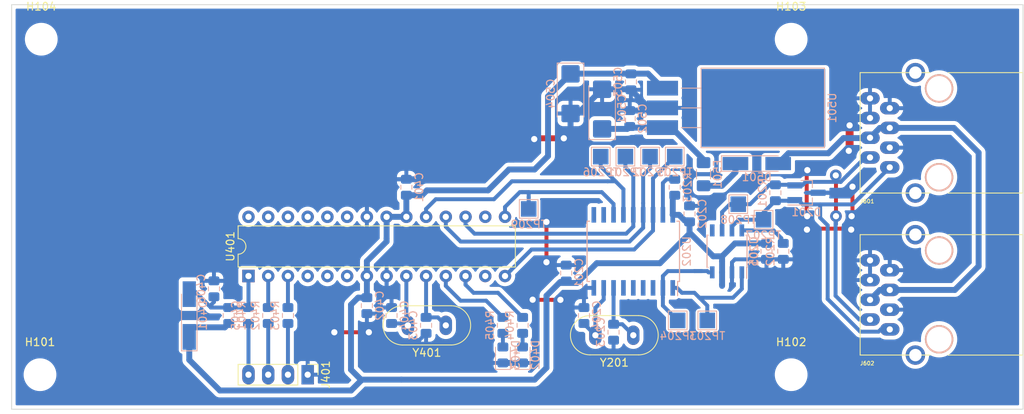
<source format=kicad_pcb>
(kicad_pcb (version 20211014) (generator pcbnew)
  (layers (0 "F.Cu" jumper) (31 "B.Cu" signal) (34 "B.Paste" user) (35 "F.Paste" user) (36 "B.SilkS" user "B.Silkscreen") (37 "F.SilkS" user "F.Silkscreen") (38 "B.Mask" user) (39 "F.Mask" user) (44 "Edge.Cuts" user))
  (net 0 "")
  (net 1 "GND")
  (net 2 "/CANBUS CONN/CAN_18V")
  (net 3 "+5V")
  (net 4 "/MCU/MCP_SS")
  (net 5 "/MCU/RESET")
  (net 6 "Net-(C203-Pad1)")
  (net 7 "Net-(C204-Pad1)")
  (net 8 "/MCU/MCP_INT")
  (net 10 "/MCU/analog1")
  (net 12 "Net-(C403-Pad1)")
  (net 13 "Net-(C404-Pad1)")
  (net 14 "Net-(C405-Pad2)")
  (net 15 "/POWER SUPPLY/+18V_OUT")
  (net 16 "/MCU/LED2")
  (net 17 "/MCU/LED1")
  (net 18 "Net-(D501-Pad1)")
  (net 20 "/CANBUS CONN/CAN_L")
  (net 21 "/CANBUS CONN/CAN_H")
  (net 22 "Net-(R202-Pad1)")
  (net 23 "Net-(R203-Pad2)")
  (net 28 "/MCU/USART_RX")
  (net 29 "Net-(J401-Pad3)")
  (net 30 "Net-(J401-Pad2)")
  (net 31 "/MCU/USART_TX")
  (net 32 "/MOSI")
  (net 33 "/MISO")
  (net 34 "/CANBUS/TXCAN")
  (net 35 "/CANBUS/RXCAN")
  (net 36 "/SCK")
  (net 45 "Net-(D402-Pad2)")
  (net 46 "Net-(D403-Pad2)")
  (footprint "MountingHole:MountingHole_3.2mm_M3" (layer "F.Cu") (at 180.086 77.216)
    (fp_text reference "H103")
    (fp_text value "MountingHole")
  )
  (footprint "MountingHole:MountingHole_3.2mm_M3" (layer "F.Cu") (at 180.086 120.396)
    (fp_text reference "H102")
    (fp_text value "MountingHole")
  )
  (footprint "Crystal:Crystal_HC49-U_Vertical" (layer "F.Cu") (at 159.766 115.316 180)
    (fp_text reference "Y201")
    (fp_text value "16MHz")
  )
  (footprint "Connector_PinHeader_2.54mm:PinHeader_1x04_P2.54mm_Vertical" (layer "F.Cu") (at 117.856 120.396 -90)
    (fp_text reference "J401")
    (fp_text value "USART")
  )
  (footprint "Crystal:Crystal_HC49-U_Vertical" (layer "F.Cu") (at 135.636 114.046 180)
    (fp_text reference "Y401")
    (fp_text value "16MHz")
  )
  (footprint "KicadZeniteSolarLibrary18:RJ45_YH59_01" (layer "F.Cu") (at 192.782 114.571 90)
    (fp_text reference "J602")
    (fp_text value "RJ45")
  )
  (footprint "KicadZeniteSolarLibrary18:RJ45_YH59_01" (layer "F.Cu") (at 192.778 93.716 90)
    (fp_text reference "J601")
    (fp_text value "RJ45")
  )
  (footprint "Package_DIP:DIP-28_W7.62mm" (layer "F.Cu") (at 110.236 107.696 90)
    (fp_text reference "U401")
    (fp_text value "ATMEGA328P-PU")
  )
  (footprint "MountingHole:MountingHole_3.2mm_M3" (layer "F.Cu") (at 83.566 77.216)
    (fp_text reference "H104")
    (fp_text value "MountingHole")
  )
  (footprint "MountingHole:MountingHole_3.2mm_M3" (layer "F.Cu") (at 83.403001 120.396)
    (fp_text reference "H101")
    (fp_text value "MountingHole")
  )
  (footprint "Package_TO_SOT_SMD:SOT-23_Handsoldering" (layer "B.Cu") (at 182.054 96.9772)
    (fp_text reference "D201")
    (fp_text value "pesd1can")
  )
  (footprint "KicadZeniteSolarLibrary18:TO-220-3_Horizontal_TabDown_SMD" (layer "B.Cu") (at 164.7952 88.5952 90)
    (fp_text reference "U501")
    (fp_text value "LM7805")
  )
  (footprint "Capacitor_Tantalum_SMD:CP_EIA-6032-20_AVX-F_Pad2.25x2.35mm_HandSolder" (layer "B.Cu") (at 151.6888 84.2264 -90)
    (fp_text reference "C504")
    (fp_text value "1uF")
  )
  (footprint "Capacitor_Tantalum_SMD:CP_EIA-6032-20_AVX-F_Pad2.25x2.35mm_HandSolder" (layer "B.Cu") (at 155.7528 86.2076 90)
    (fp_text reference "C501")
    (fp_text value "1uF")
  )
  (footprint "TestPoint:TestPoint_Pad_2.0x2.0mm" (layer "B.Cu") (at 165.481 113.411)
    (fp_text reference "TP204")
    (fp_text value "RXCAN")
  )
  (footprint "TestPoint:TestPoint_Pad_2.0x2.0mm" (layer "B.Cu") (at 161.925 92.329)
    (fp_text reference "TP202")
    (fp_text value "SO")
  )
  (footprint "TestPoint:TestPoint_Pad_2.0x2.0mm" (layer "B.Cu") (at 158.75 92.329)
    (fp_text reference "TP201")
    (fp_text value "SI")
  )
  (footprint "TestPoint:TestPoint_Pad_2.0x2.0mm" (layer "B.Cu") (at 169.291 113.411)
    (fp_text reference "TP203")
    (fp_text value "TXCAN")
  )
  (footprint "TestPoint:TestPoint_Pad_2.0x2.0mm" (layer "B.Cu") (at 146.304 99.06)
    (fp_text reference "TP209")
    (fp_text value "INT")
  )
  (footprint "TestPoint:TestPoint_Pad_2.0x2.0mm" (layer "B.Cu") (at 173.2788 98.4504)
    (fp_text reference "TP208")
    (fp_text value "CAN_L")
  )
  (footprint "TestPoint:TestPoint_Pad_2.0x2.0mm" (layer "B.Cu") (at 176.5332 100.4468)
    (fp_text reference "TP207")
    (fp_text value "CAN_H")
  )
  (footprint "TestPoint:TestPoint_Pad_2.0x2.0mm" (layer "B.Cu") (at 155.575 92.329)
    (fp_text reference "TP206")
    (fp_text value "SCK")
  )
  (footprint "TestPoint:TestPoint_Pad_2.0x2.0mm" (layer "B.Cu") (at 165.1 92.329)
    (fp_text reference "TP205")
    (fp_text value "SC")
  )
  (footprint "Resistor_SMD:R_0805_2012Metric_Pad1.15x1.40mm_HandSolder" (layer "B.Cu") (at 145.521344 114.046 -90)
    (fp_text reference "R404")
    (fp_text value "1k")
  )
  (footprint "Resistor_SMD:R_0805_2012Metric_Pad1.15x1.40mm_HandSolder" (layer "B.Cu") (at 115.316 112.776 -90)
    (fp_text reference "R403")
    (fp_text value "1k")
  )
  (footprint "Resistor_SMD:R_0805_2012Metric_Pad1.15x1.40mm_HandSolder" (layer "B.Cu") (at 112.776 112.776 -90)
    (fp_text reference "R402")
    (fp_text value "1k")
  )
  (footprint "Resistor_SMD:R_0805_2012Metric_Pad1.15x1.40mm_HandSolder" (layer "B.Cu") (at 107.696 112.776 90)
    (fp_text reference "R401")
    (fp_text value "10k")
  )
  (footprint "Resistor_SMD:R_0805_2012Metric_Pad1.15x1.40mm_HandSolder" (layer "B.Cu") (at 142.981344 114.046 -90)
    (fp_text reference "R405")
    (fp_text value "1k")
  )
  (footprint "Resistor_SMD:R_0805_2012Metric_Pad1.15x1.40mm_HandSolder" (layer "B.Cu") (at 178.054 96.9772 -90)
    (fp_text reference "R201")
    (fp_text value "120")
  )
  (footprint "Resistor_SMD:R_0805_2012Metric_Pad1.15x1.40mm_HandSolder" (layer "B.Cu") (at 179.07 104.521 -90)
    (fp_text reference "R202")
    (fp_text value "4k7")
  )
  (footprint "Resistor_SMD:R_0805_2012Metric_Pad1.15x1.40mm_HandSolder" (layer "B.Cu") (at 165.1 96.275 90)
    (fp_text reference "R203")
    (fp_text value "10k")
  )
  (footprint "Package_SO:SOIC-8_3.9x4.9mm_P1.27mm" (layer "B.Cu") (at 171.831 104.521 90)
    (fp_text reference "U201")
    (fp_text value "MCP2551-I/SN")
  )
  (footprint "Package_SO:SOIC-18W_7.5x11.6mm_P1.27mm" (layer "B.Cu") (at 159.766 104.521 90)
    (fp_text reference "U202")
    (fp_text value "MCP2515-xSO")
  )
  (footprint "LED_SMD:LED_0805_2012Metric_Pad1.15x1.40mm_HandSolder" (layer "B.Cu") (at 145.521344 117.856 90)
    (fp_text reference "D402")
    (fp_text value "LED_RED")
  )
  (footprint "LED_SMD:LED_0805_2012Metric_Pad1.15x1.40mm_HandSolder" (layer "B.Cu") (at 142.981344 117.856 90)
    (fp_text reference "D403")
    (fp_text value "LED_RED")
  )
  (footprint "Diode_SMD:D_MiniMELF_Handsoldering" (layer "B.Cu") (at 175.6664 93.218)
    (fp_text reference "D501")
    (fp_text value "LL4148")
  )
  (footprint "Diode_SMD:D_MiniMELF_Handsoldering" (layer "B.Cu") (at 102.616 112.776 90)
    (fp_text reference "D401")
    (fp_text value "LL4148")
  )
  (footprint "Capacitor_SMD:C_0805_2012Metric_Pad1.15x1.40mm_HandSolder" (layer "B.Cu") (at 159.4612 82.7024 -90)
    (fp_text reference "C503")
    (fp_text value "100nF")
  )
  (footprint "Capacitor_SMD:C_0805_2012Metric_Pad1.15x1.40mm_HandSolder" (layer "B.Cu") (at 159.3088 87.4268 90)
    (fp_text reference "C502")
    (fp_text value "100nF")
  )
  (footprint "Capacitor_SMD:C_0805_2012Metric_Pad1.15x1.40mm_HandSolder" (layer "B.Cu") (at 105.791 109.341 -90)
    (fp_text reference "C406")
    (fp_text value "100nF")
  )
  (footprint "Capacitor_SMD:C_0805_2012Metric_Pad1.15x1.40mm_HandSolder" (layer "B.Cu") (at 110.236 112.776 -90)
    (fp_text reference "C405")
    (fp_text value "100nF")
  )
  (footprint "Capacitor_SMD:C_0805_2012Metric_Pad1.15x1.40mm_HandSolder" (layer "B.Cu") (at 128.651 112.776 90)
    (fp_text reference "C404")
    (fp_text value "22pF")
  )
  (footprint "Capacitor_SMD:C_0805_2012Metric_Pad1.15x1.40mm_HandSolder" (layer "B.Cu") (at 133.096 114.046 -90)
    (fp_text reference "C403")
    (fp_text value "22pF")
  )
  (footprint "Capacitor_SMD:C_0805_2012Metric_Pad1.15x1.40mm_HandSolder" (layer "B.Cu") (at 125.476 111.506 90)
    (fp_text reference "C402")
    (fp_text value "100nF")
  )
  (footprint "Capacitor_SMD:C_0805_2012Metric_Pad1.15x1.40mm_HandSolder" (layer "B.Cu") (at 130.556 96.266 90)
    (fp_text reference "C401")
    (fp_text value "100nF")
  )
  (footprint "Capacitor_SMD:C_0805_2012Metric_Pad1.15x1.40mm_HandSolder" (layer "B.Cu") (at 176.911 104.521 -90)
    (fp_text reference "C205")
    (fp_text value "100nF")
  )
  (footprint "Capacitor_SMD:C_0805_2012Metric_Pad1.15x1.40mm_HandSolder" (layer "B.Cu") (at 153.416 112.776 90)
    (fp_text reference "C204")
    (fp_text value "22pF")
  )
  (footprint "Capacitor_SMD:C_0805_2012Metric_Pad1.15x1.40mm_HandSolder" (layer "B.Cu") (at 157.226 114.926 -90)
    (fp_text reference "C203")
    (fp_text value "22pF")
  )
  (footprint "Capacitor_SMD:C_0805_2012Metric_Pad1.15x1.40mm_HandSolder" (layer "B.Cu") (at 167.005 99.695 90)
    (fp_text reference "C202")
    (fp_text value "100nF")
  )
  (footprint "Capacitor_SMD:C_0805_2012Metric_Pad1.15x1.40mm_HandSolder" (layer "B.Cu") (at 151.13 107.315 90)
    (fp_text reference "C201")
    (fp_text value "100nF")
  )
  (footprint "Fuse:Fuse_1206_3216Metric_Pad1.42x1.75mm_HandSolder" (layer "B.Cu") (at 168.8084 94.5896 90)
    (fp_text reference "F501")
    (fp_text value "500mA")
  )
  (gr_line (start 79.756 124.841) (end 79.756 72.771) (layer "Edge.Cuts") (width 0.1))
  (gr_line (start 79.756 72.771) (end 209.931 72.771) (layer "Edge.Cuts") (width 0.1))
  (gr_line (start 209.931 72.771) (end 209.931 124.841) (layer "Edge.Cuts") (width 0.1))
  (gr_line (start 209.931 124.841) (end 79.756 124.841) (layer "Edge.Cuts") (width 0.1))
  (segment (start 187.977354 99.876347) (end 187.864709 99.988992) (width 0.508) (layer "F.Cu") (net 1))
  (segment (start 146.827962 110.759956) (end 149.323296 110.759956) (width 0.508) (layer "F.Cu") (net 1))
  (segment (start 187.609254 91.474399) (end 187.5028 91.580853) (width 1.016) (layer "F.Cu") (net 1))
  (segment (start 121.285 114.935) (end 125.73 114.935) (width 0.508) (layer "F.Cu") (net 1))
  (segment (start 187.609254 88.303842) (end 187.609254 91.474399) (width 1.016) (layer "F.Cu") (net 1))
  (segment (start 146.812006 110.744) (end 146.827962 110.759956) (width 0.508) (layer "F.Cu") (net 1))
  (segment (start 181.864 101.727) (end 181.990994 101.600006) (width 0.508) (layer "F.Cu") (net 1))
  (segment (start 149.323296 110.759956) (end 150.383956 110.759956) (width 0.508) (layer "F.Cu") (net 1))
  (segment (start 148.59 100.734968) (end 148.59 105.917998) (width 0.508) (layer "F.Cu") (net 1))
  (segment (start 182.1688 94.0657) (end 182.087104 94.147396) (width 0.508) (layer "F.Cu") (net 1))
  (segment (start 181.990994 101.600006) (end 186.39134 101.600006) (width 0.508) (layer "F.Cu") (net 1))
  (segment (start 186.39134 101.600006) (end 187.452 101.600006) (width 0.508) (layer "F.Cu") (net 1))
  (segment (start 150.8252 89.9668) (end 147.1168 89.9668) (width 0.762) (layer "F.Cu") (net 1))
  (segment (start 187.977354 96.200554) (end 187.977354 99.876347) (width 0.508) (layer "F.Cu") (net 1))
  (segment (start 147.1168 89.9668) (end 147.0152 90.0684) (width 0.762) (layer "F.Cu") (net 1))
  (segment (start 182.087104 94.147396) (end 182.087104 99.21201) (width 0.508) (layer "F.Cu") (net 1))
  (via (at 125.73 114.935) (size 1.5) (drill 0.8) (layers "F.Cu" "B.Cu") (net 1))
  (via (at 148.59 105.917998) (size 1.5) (drill 0.8) (layers "F.Cu" "B.Cu") (net 1))
  (via (at 187.977354 96.200554) (size 1.5) (drill 0.8) (layers "F.Cu" "B.Cu") (net 1))
  (via (at 146.812 110.744006) (size 1.5) (drill 0.8) (layers "F.Cu" "B.Cu") (net 1))
  (via (at 187.810709 101.727) (size 1.5) (drill 0.8) (layers "F.Cu" "B.Cu") (net 1))
  (via (at 182.1688 94.0657) (size 1.5) (drill 0.8) (layers "F.Cu" "B.Cu") (net 1))
  (via (at 182.118 101.727) (size 1.5) (drill 0.8) (layers "F.Cu" "B.Cu") (net 1))
  (via (at 182.141104 99.98921) (size 1.5) (drill 0.8) (layers "F.Cu" "B.Cu") (net 1))
  (via (at 148.59 100.734968) (size 1.5) (drill 0.8) (layers "F.Cu" "B.Cu") (net 1))
  (via (at 187.864709 99.988992) (size 1.5) (drill 0.8) (layers "F.Cu" "B.Cu") (net 1))
  (via (at 187.5028 91.580853) (size 1.5) (drill 0.8) (layers "F.Cu" "B.Cu") (net 1))
  (via (at 150.8252 89.9668) (size 1.5) (drill 0.8) (layers "F.Cu" "B.Cu") (net 1))
  (via (at 147.0152 90.0684) (size 1.5) (drill 0.8) (layers "F.Cu" "B.Cu") (net 1))
  (via (at 121.285 114.935) (size 1.5) (drill 0.8) (layers "F.Cu" "B.Cu") (net 1))
  (via (at 187.609254 88.303842) (size 1.5) (drill 0.8) (layers "F.Cu" "B.Cu") (net 1))
  (via (at 150.383956 110.759956) (size 1.5) (drill 0.8) (layers "F.Cu" "B.Cu") (net 1))
  (segment (start 144.37312 92.71048) (end 143.238148 92.71048) (width 0.762) (layer "B.Cu") (net 1))
  (segment (start 127.18899 111.152011) (end 127.216001 111.125) (width 0.508) (layer "B.Cu") (net 1))
  (segment (start 128.016 95.241) (end 125.476 97.781) (width 0.508) (layer "B.Cu") (net 1))
  (segment (start 147.52368 90.11968) (end 147.52368 90.2208) (width 0.762) (layer "B.Cu") (net 1))
  (segment (start 155.7528 83.6576) (end 159.3914 83.6576) (width 0.762) (layer "B.Cu") (net 1))
  (segment (start 172.466 106.299) (end 172.466 108.331) (width 0.508) (layer "B.Cu") (net 1))
  (segment (start 147.0152 90.0684) (end 144.37312 92.71048) (width 0.762) (layer "B.Cu") (net 1))
  (segment (start 172.466 106.299) (end 172.466 107.221) (width 0.508) (layer "B.Cu") (net 1))
  (segment (start 128.651 111.751) (end 127.461001 111.751) (width 0.508) (layer "B.Cu") (net 1))
  (segment (start 163.5252 86.0552) (end 161.789 86.0552) (width 0.762) (layer "B.Cu") (net 1))
  (segment (start 190.234 87.361) (end 188.552096 87.361) (width 1.016) (layer "B.Cu") (net 1))
  (segment (start 178.816 105.546) (end 176.911 105.546) (width 0.508) (layer "B.Cu") (net 1))
  (segment (start 187.200708 96.9772) (end 183.554 96.9772) (width 0.508) (layer "B.Cu") (net 1))
  (segment (start 151.6888 86.7764) (end 151.6888 89.1032) (width 0.762) (layer "B.Cu") (net 1))
  (segment (start 128.651 115.951) (end 127.216001 114.516001) (width 0.25) (layer "B.Cu") (net 1))
  (segment (start 147.0152 90.0684) (end 147.4724 90.0684) (width 0.762) (layer "B.Cu") (net 1))
  (segment (start 187.977354 96.200554) (end 187.200708 96.9772) (width 0.508) (layer "B.Cu") (net 1))
  (segment (start 176.911 105.546) (end 172.858 105.546) (width 0.508) (layer "B.Cu") (net 1))
  (segment (start 125.476 97.781) (end 125.476 100.076) (width 0.508) (layer "B.Cu") (net 1))
  (segment (start 163.1786 86.4018) (end 163.5252 86.0552) (width 0.762) (layer "B.Cu") (net 1))
  (segment (start 143.238148 92.71048) (end 140.707628 95.241) (width 0.762) (layer "B.Cu") (net 1))
  (segment (start 128.594798 115.951) (end 127.18899 114.545192) (width 0.508) (layer "B.Cu") (net 1))
  (segment (start 133.096 115.071) (end 132.216 115.951) (width 0.508) (layer "B.Cu") (net 1))
  (segment (start 172.466 105.938) (end 172.466 106.299) (width 0.508) (layer "B.Cu") (net 1))
  (segment (start 145.521344 118.881) (end 142.981344 118.881) (width 0.762) (layer "B.Cu") (net 1))
  (segment (start 159.3088 86.4018) (end 163.1786 86.4018) (width 0.762) (layer "B.Cu") (net 1))
  (segment (start 127.216001 111.125) (end 128.016 110.325001) (width 0.508) (layer "B.Cu") (net 1))
  (segment (start 187.454 99.8772) (end 187.752917 99.8772) (width 0.508) (layer "B.Cu") (net 1))
  (segment (start 152.634 86.7764) (end 155.7528 83.6576) (width 0.762) (layer "B.Cu") (net 1))
  (segment (start 151.6888 89.1032) (end 150.8252 89.9668) (width 0.762) (layer "B.Cu") (net 1))
  (segment (start 127.216001 111.506) (end 127.216001 111.125) (width 0.508) (layer "B.Cu") (net 1))
  (segment (start 132.216 115.951) (end 128.651 115.951) (width 0.508) (layer "B.Cu") (net 1))
  (segment (start 172.466 108.331) (end 172.466 108.712) (width 0.508) (layer "B.Cu") (net 1))
  (segment (start 140.707628 95.241) (end 130.556 95.241) (width 0.762) (layer "B.Cu") (net 1))
  (segment (start 187.752917 99.8772) (end 187.864709 99.988992) (width 0.508) (layer "B.Cu") (net 1))
  (segment (start 172.466 108.712) (end 172.466 108.966) (width 0.508) (layer "B.Cu") (net 1))
  (segment (start 188.552096 87.361) (end 187.609254 88.303842) (width 1.016) (layer "B.Cu") (net 1))
  (segment (start 159.3914 83.6576) (end 159.4612 83.7274) (width 0.762) (layer "B.Cu") (net 1))
  (segment (start 147.4724 90.0684) (end 147.52368 90.11968) (width 0.762) (layer "B.Cu") (net 1))
  (segment (start 128.016 110.325001) (end 128.016 107.696) (width 0.508) (layer "B.Cu") (net 1))
  (segment (start 127.18899 114.545192) (end 127.18899 111.152011) (width 0.508) (layer "B.Cu") (net 1))
  (segment (start 161.789 86.0552) (end 159.4612 83.7274) (width 0.762) (layer "B.Cu") (net 1))
  (segment (start 128.651 115.951) (end 128.594798 115.951) (width 0.508) (layer "B.Cu") (net 1))
  (segment (start 130.556 95.241) (end 128.016 95.241) (width 0.508) (layer "B.Cu") (net 1))
  (segment (start 172.858 105.546) (end 172.466 105.938) (width 0.508) (layer "B.Cu") (net 1))
  (segment (start 151.6888 86.7764) (end 152.634 86.7764) (width 0.762) (layer "B.Cu") (net 1))
  (segment (start 127.461001 111.751) (end 127.216001 111.506) (width 0.508) (layer "B.Cu") (net 1))
  (segment (start 191.504 88.631) (end 190.234 89.901) (width 0.762) (layer "B.Cu") (net 2))
  (segment (start 192.778 109.486) (end 201.156 109.486) (width 0.762) (layer "B.Cu") (net 2))
  (segment (start 190.192658 89.942342) (end 186.824105 89.942342) (width 0.762) (layer "B.Cu") (net 2))
  (segment (start 201.026 88.631) (end 192.774 88.631) (width 0.762) (layer "B.Cu") (net 2))
  (segment (start 192.774 88.631) (end 191.504 88.631) (width 0.762) (layer "B.Cu") (net 2))
  (segment (start 190.234 89.901) (end 190.192658 89.942342) (width 0.762) (layer "B.Cu") (net 2))
  (segment (start 201.156 109.486) (end 204.216 106.426) (width 0.762) (layer "B.Cu") (net 2))
  (segment (start 178.4164 93.218) (end 178.4164 93.1604) (width 1.016) (layer "B.Cu") (net 2))
  (segment (start 204.216 106.426) (end 204.216 91.821) (width 0.762) (layer "B.Cu") (net 2))
  (segment (start 192.778 109.486) (end 191.508 109.486) (width 0.762) (layer "B.Cu") (net 2))
  (segment (start 184.873536 91.892911) (end 179.741489 91.892911) (width 0.762) (layer "B.Cu") (net 2))
  (segment (start 179.741489 91.892911) (end 178.4164 93.218) (width 0.762) (layer "B.Cu") (net 2))
  (segment (start 186.824105 89.942342) (end 184.873536 91.892911) (width 0.762) (layer "B.Cu") (net 2))
  (segment (start 191.508 109.486) (end 190.238 110.756) (width 0.762) (layer "B.Cu") (net 2))
  (segment (start 204.216 91.821) (end 201.026 88.631) (width 0.762) (layer "B.Cu") (net 2))
  (segment (start 150.33 108.34) (end 151.13 108.34) (width 0.508) (layer "B.Cu") (net 3))
  (segment (start 124.714 121.158) (end 124.714 121.031) (width 0.762) (layer "B.Cu") (net 3))
  (segment (start 148.7932 84.572) (end 148.7932 92.2528) (width 0.762) (layer "B.Cu") (net 3))
  (segment (start 133.202372 96.667628) (end 141.076372 96.667628) (width 0.762) (layer "B.Cu") (net 3))
  (segment (start 125.476 110.481) (end 124.342 110.481) (width 0.762) (layer "B.Cu") (net 3))
  (segment (start 125.476 105.791) (end 128.016 103.251) (width 0.762) (layer "B.Cu") (net 3))
  (segment (start 151.72112 81.64408) (end 151.6888 81.6764) (width 0.762) (layer "B.Cu") (net 3))
  (segment (start 132.579 97.291) (end 133.202372 96.667628) (width 0.762) (layer "B.Cu") (net 3))
  (segment (start 164.856 99.831) (end 164.846 99.821) (width 0.762) (layer "B.Cu") (net 3))
  (segment (start 171.196 105.156) (end 170.053 105.156) (width 0.762) (layer "B.Cu") (net 3))
  (segment (start 123.444 122.428) (end 124.714 121.158) (width 0.762) (layer "B.Cu") (net 3))
  (segment (start 150.241 108.585) (end 150.241 108.429) (width 0.508) (layer "B.Cu") (net 3))
  (segment (start 128.016 103.251) (end 128.016 102.87) (width 0.762) (layer "B.Cu") (net 3))
  (segment (start 130.556 100.076) (end 128.016 100.076) (width 0.762) (layer "B.Cu") (net 3))
  (segment (start 107.696 113.801) (end 107.197 114.3) (width 0.762) (layer "B.Cu") (net 3))
  (segment (start 164.846 99.821) (end 164.846 97.3) (width 0.762) (layer "B.Cu") (net 3))
  (segment (start 166.37 100.537) (end 166.822 100.537) (width 0.762) (layer "B.Cu") (net 3))
  (segment (start 171.196 107.221) (end 171.196 105.791) (width 0.762) (layer "B.Cu") (net 3))
  (segment (start 167.005 102.108) (end 167.005 102.235) (width 0.762) (layer "B.Cu") (net 3))
  (segment (start 107.197 114.3) (end 103.207 114.3) (width 0.762) (layer "B.Cu") (net 3))
  (segment (start 106.553 122.428) (end 123.444 122.428) (width 0.762) (layer "B.Cu") (net 3))
  (segment (start 125.476 107.696) (end 125.476 110.481) (width 0.762) (layer "B.Cu") (net 3))
  (segment (start 171.196 105.156) (end 171.196 105.791) (width 0.762) (layer "B.Cu") (net 3))
  (segment (start 128.016 102.87) (end 128.016 100.076) (width 0.762) (layer "B.Cu") (net 3))
  (segment (start 171.196 107.221) (end 171.196 108.783566) (width 0.762) (layer "B.Cu") (net 3))
  (segment (start 164.846 99.821) (end 165.654 99.821) (width 0.762) (layer "B.Cu") (net 3))
  (segment (start 102.616 114.891) (end 102.616 118.491) (width 0.762) (layer "B.Cu") (net 3))
  (segment (start 102.616 118.491) (end 106.553 122.428) (width 0.762) (layer "B.Cu") (net 3))
  (segment (start 148.59 110.236) (end 148.59 119.507) (width 0.762) (layer "B.Cu") (net 3))
  (segment (start 161.65408 81.64408) (end 151.72112 81.64408) (width 0.762) (layer "B.Cu") (net 3))
  (segment (start 163.5252 83.5152) (end 161.65408 81.64408) (width 0.762) (layer "B.Cu") (net 3))
  (segment (start 141.076372 96.667628) (end 143.764 93.98) (width 0.762) (layer "B.Cu") (net 3))
  (segment (start 163.195 106.045) (end 155.067 106.045) (width 0.762) (layer "B.Cu") (net 3))
  (segment (start 165.654 99.821) (end 166.37 100.537) (width 0.762) (layer "B.Cu") (net 3))
  (segment (start 151.6888 81.6764) (end 148.7932 84.572) (width 0.762) (layer "B.Cu") (net 3))
  (segment (start 171.196 105.156) (end 172.856 103.496) (width 0.762) (layer "B.Cu") (net 3))
  (segment (start 123.432001 119.749001) (end 124.714 121.031) (width 0.762) (layer "B.Cu") (net 3))
  (segment (start 150.241 108.585) (end 148.59 110.236) (width 0.762) (layer "B.Cu") (net 3))
  (segment (start 172.856 103.496) (end 176.911 103.496) (width 0.762) (layer "B.Cu") (net 3))
  (segment (start 167.005 102.235) (end 163.195 106.045) (width 0.762) (layer "B.Cu") (net 3))
  (segment (start 129.921 121.031) (end 124.714 121.031) (width 0.762) (layer "B.Cu") (net 3))
  (segment (start 167.005 102.108) (end 167.005 100.72) (width 0.762) (layer "B.Cu") (net 3))
  (segment (start 123.432001 111.390999) (end 123.432001 119.749001) (width 0.762) (layer "B.Cu") (net 3))
  (segment (start 130.556 97.291) (end 132.579 97.291) (width 0.762) (layer "B.Cu") (net 3))
  (segment (start 148.7932 92.2528) (end 147.066 93.98) (width 0.762) (layer "B.Cu") (net 3))
  (segment (start 124.342 110.481) (end 123.432001 111.390999) (width 0.762) (layer "B.Cu") (net 3))
  (segment (start 166.822 100.537) (end 167.005 100.72) (width 0.762) (layer "B.Cu") (net 3))
  (segment (start 170.053 105.156) (end 167.005 102.108) (width 0.762) (layer "B.Cu") (net 3))
  (segment (start 148.59 119.507) (end 147.066 121.031) (width 0.762) (layer "B.Cu") (net 3))
  (segment (start 143.764 93.98) (end 147.066 93.98) (width 0.762) (layer "B.Cu") (net 3))
  (segment (start 130.556 97.291) (end 130.556 100.076) (width 0.762) (layer "B.Cu") (net 3))
  (segment (start 103.207 114.3) (end 102.616 114.891) (width 0.762) (layer "B.Cu") (net 3))
  (segment (start 150.241 108.429) (end 150.33 108.34) (width 0.508) (layer "B.Cu") (net 3))
  (segment (start 152.527 108.585) (end 150.241 108.585) (width 0.762) (layer "B.Cu") (net 3))
  (segment (start 125.476 107.696) (end 125.476 105.791) (width 0.762) (layer "B.Cu") (net 3))
  (segment (start 171.196 108.783566) (end 171.196 108.966) (width 0.762) (layer "B.Cu") (net 3))
  (segment (start 155.067 106.045) (end 152.527 108.585) (width 0.762) (layer "B.Cu") (net 3))
  (segment (start 147.066 121.031) (end 129.921 121.031) (width 0.762) (layer "B.Cu") (net 3))
  (segment (start 162.306 95.123) (end 163.337999 94.091001) (width 0.508) (layer "B.Cu") (net 4))
  (segment (start 144.055999 106.896001) (end 143.256 107.696) (width 0.508) (layer "B.Cu") (net 4))
  (segment (start 162.306 99.821) (end 162.306 95.123) (width 0.508) (layer "B.Cu") (net 4))
  (segment (start 159.881001 104.278999) (end 146.673001 104.278999) (width 0.508) (layer "B.Cu") (net 4))
  (segment (start 163.337999 94.091001) (end 165.1 92.329) (width 0.508) (layer "B.Cu") (net 4))
  (segment (start 162.306 101.854) (end 159.881001 104.278999) (width 0.508) (layer "B.Cu") (net 4))
  (segment (start 146.673001 104.278999) (end 144.055999 106.896001) (width 0.508) (layer "B.Cu") (net 4))
  (segment (start 162.306 99.821) (end 162.306 101.854) (width 0.508) (layer "B.Cu") (net 4))
  (segment (start 103.041 109.391) (end 105.401 111.751) (width 0.508) (layer "B.Cu") (net 5))
  (segment (start 110.236 107.696) (end 110.236 111.751) (width 0.508) (layer "B.Cu") (net 5))
  (segment (start 105.791 110.366) (end 105.791 111.041) (width 0.508) (layer "B.Cu") (net 5))
  (segment (start 110.236 111.751) (end 107.696 111.751) (width 0.508) (layer "B.Cu") (net 5))
  (segment (start 105.401 111.431) (end 105.401 111.751) (width 0.508) (layer "B.Cu") (net 5))
  (segment (start 105.791 111.041) (end 105.401 111.431) (width 0.508) (layer "B.Cu") (net 5))
  (segment (start 102.616 109.391) (end 103.041 109.391) (width 0.508) (layer "B.Cu") (net 5))
  (segment (start 105.401 111.751) (end 107.696 111.751) (width 0.508) (layer "B.Cu") (net 5))
  (segment (start 159.766 115.316) (end 158.351 113.901) (width 0.508) (layer "B.Cu") (net 6))
  (segment (start 158.351 113.901) (end 157.226 113.901) (width 0.508) (layer "B.Cu") (net 6))
  (segment (start 157.226 109.221) (end 157.226 113.901) (width 0.508) (layer "B.Cu") (net 6))
  (segment (start 155.956 110.729) (end 154.886 111.799) (width 0.508) (layer "B.Cu") (net 7))
  (segment (start 154.886 114.25534) (end 154.886 115.316) (width 0.508) (layer "B.Cu") (net 7))
  (segment (start 153.416 113.801) (end 153.416 113.846) (width 0.508) (layer "B.Cu") (net 7))
  (segment (start 155.956 109.221) (end 155.956 110.729) (width 0.508) (layer "B.Cu") (net 7))
  (segment (start 153.416 113.846) (end 154.886 115.316) (width 0.508) (layer "B.Cu") (net 7))
  (segment (start 154.886 111.799) (end 154.886 114.25534) (width 0.508) (layer "B.Cu") (net 7))
  (segment (start 145.161 96.901) (end 145.415 96.901) (width 0.508) (layer "B.Cu") (net 8))
  (segment (start 146.304 99.06) (end 146.304 97.552) (width 0.508) (layer "B.Cu") (net 8))
  (segment (start 155.707602 96.901) (end 145.415 96.901) (width 0.508) (layer "B.Cu") (net 8))
  (segment (start 145.415 96.901) (end 146.304 96.901) (width 0.508) (layer "B.Cu") (net 8))
  (segment (start 146.304 97.552) (end 146.304 96.901) (width 0.508) (layer "B.Cu") (net 8))
  (segment (start 143.256 100.076) (end 143.256 98.806) (width 0.508) (layer "B.Cu") (net 8))
  (segment (start 157.226 99.821) (end 157.226 98.419398) (width 0.508) (layer "B.Cu") (net 8))
  (segment (start 157.226 98.419398) (end 155.707602 96.901) (width 0.508) (layer "B.Cu") (net 8))
  (segment (start 143.256 98.806) (end 145.161 96.901) (width 0.508) (layer "B.Cu") (net 8))
  (segment (start 122.936 100.076) (end 122.555 99.695) (width 0.508) (layer "B.Cu") (net 10))
  (segment (start 133.096 113.021) (end 134.611 113.021) (width 0.508) (layer "B.Cu") (net 12))
  (segment (start 134.611 113.021) (end 135.636 114.046) (width 0.508) (layer "B.Cu") (net 12))
  (segment (start 133.096 113.021) (end 133.096 107.696) (width 0.508) (layer "B.Cu") (net 12))
  (segment (start 130.556 107.696) (end 130.556 113.846) (width 0.508) (layer "B.Cu") (net 13))
  (segment (start 130.511 113.801) (end 130.756 114.046) (width 0.508) (layer "B.Cu") (net 13))
  (segment (start 130.556 113.846) (end 130.756 114.046) (width 0.508) (layer "B.Cu") (net 13))
  (segment (start 128.651 113.801) (end 130.511 113.801) (width 0.508) (layer "B.Cu") (net 13))
  (segment (start 110.236 113.801) (end 110.236 120.396) (width 0.508) (layer "B.Cu") (net 14))
  (segment (start 163.5252 88.5952) (end 159.4522 88.5952) (width 0.762) (layer "B.Cu") (net 15))
  (segment (start 168.8084 92.71) (end 164.6936 88.5952) (width 0.762) (layer "B.Cu") (net 15))
  (segment (start 168.8084 93.1021) (end 168.8084 92.71) (width 0.762) (layer "B.Cu") (net 15))
  (segment (start 155.7528 88.7576) (end 159.003 88.7576) (width 0.762) (layer "B.Cu") (net 15))
  (segment (start 164.6936 88.5952) (end 163.5252 88.5952) (width 0.762) (layer "B.Cu") (net 15))
  (segment (start 159.4522 88.5952) (end 159.3088 88.4518) (width 0.762) (layer "B.Cu") (net 15))
  (segment (start 159.003 88.7576) (end 159.3088 88.4518) (width 0.762) (layer "B.Cu") (net 15))
  (segment (start 139.20363 109.855) (end 142.355344 109.855) (width 0.508) (layer "B.Cu") (net 16))
  (segment (start 142.355344 109.855) (end 145.521344 113.021) (width 0.508) (layer "B.Cu") (net 16))
  (segment (start 138.176 108.82737) (end 139.20363 109.855) (width 0.508) (layer "B.Cu") (net 16))
  (segment (start 138.176 107.696) (end 138.176 108.82737) (width 0.508) (layer "B.Cu") (net 16))
  (segment (start 135.636 107.696) (end 135.636 108.966) (width 0.508) (layer "B.Cu") (net 17))
  (segment (start 137.541 110.871) (end 140.831344 110.871) (width 0.508) (layer "B.Cu") (net 17))
  (segment (start 135.636 108.966) (end 137.541 110.871) (width 0.508) (layer "B.Cu") (net 17))
  (segment (start 140.831344 110.871) (end 142.981344 113.021) (width 0.508) (layer "B.Cu") (net 17))
  (segment (start 172.085 95.1738) (end 172.9164 94.3424) (width 0.762) (layer "B.Cu") (net 18))
  (segment (start 171.1817 96.0771) (end 172.085 95.1738) (width 0.762) (layer "B.Cu") (net 18))
  (segment (start 172.9164 94.3424) (end 172.9164 93.218) (width 0.762) (layer "B.Cu") (net 18))
  (segment (start 168.8084 96.0771) (end 171.1817 96.0771) (width 0.762) (layer "B.Cu") (net 18))
  (segment (start 171.8056 95.4532) (end 172.085 95.1738) (width 0.762) (layer "B.Cu") (net 18))
  (segment (start 185.854002 94.9772) (end 185.854002 99.988212) (width 0.508) (layer "F.Cu") (net 20))
  (segment (start 185.854002 99.988212) (end 185.855 99.98921) (width 0.508) (layer "F.Cu") (net 20))
  (via (at 185.855 99.98921) (size 1.5) (drill 0.8) (layers "F.Cu" "B.Cu") (net 20))
  (via (at 185.8264 94.742) (size 1.5) (drill 0.8) (layers "F.Cu" "B.Cu") (net 20))
  (segment (start 186.465843 95.575757) (end 186.465843 95.574465) (width 0.508) (layer "B.Cu") (net 20))
  (segment (start 173.2788 98.4504) (end 174.8028 98.4504) (width 0.508) (layer "B.Cu") (net 20))
  (segment (start 186.465843 95.574465) (end 187.351265 94.689043) (width 0.508) (layer "B.Cu") (net 20))
  (segment (start 181.504 96.0272) (end 181.954 95.5772) (width 0.508) (layer "B.Cu") (net 20))
  (segment (start 188.861 113.296) (end 185.801 110.236) (width 0.508) (layer "B.Cu") (net 20))
  (segment (start 180.554 96.0272) (end 181.504 96.0272) (width 0.508) (layer "B.Cu") (net 20))
  (segment (start 171.196 99.4664) (end 172.212 98.4504) (width 0.508) (layer "B.Cu") (net 20))
  (segment (start 178.054 95.9522) (end 180.479 95.9522) (width 0.508) (layer "B.Cu") (net 20))
  (segment (start 187.351265 94.689043) (end 187.352557 94.689043) (width 0.508) (layer "B.Cu") (net 20))
  (segment (start 172.212 98.4504) (end 173.2788 98.4504) (width 0.508) (layer "B.Cu") (net 20))
  (segment (start 189.6006 92.441) (end 190.234 92.441) (width 0.508) (layer "B.Cu") (net 20))
  (segment (start 190.238 113.296) (end 188.861 113.296) (width 0.508) (layer "B.Cu") (net 20))
  (segment (start 181.954 95.5772) (end 186.4644 95.5772) (width 0.508) (layer "B.Cu") (net 20))
  (segment (start 177.301 95.9522) (end 178.054 95.9522) (width 0.508) (layer "B.Cu") (net 20))
  (segment (start 185.855 101.04987) (end 185.855 99.98921) (width 0.508) (layer "B.Cu") (net 20))
  (segment (start 171.196 101.821) (end 171.196 99.4664) (width 0.508) (layer "B.Cu") (net 20))
  (segment (start 186.4644 95.5772) (end 186.465843 95.575757) (width 0.508) (layer "B.Cu") (net 20))
  (segment (start 185.801 110.236) (end 185.801 100.27267) (width 0.508) (layer "B.Cu") (net 20))
  (segment (start 187.352557 94.689043) (end 189.6006 92.441) (width 0.508) (layer "B.Cu") (net 20))
  (segment (start 180.479 95.9522) (end 180.554 96.0272) (width 0.508) (layer "B.Cu") (net 20))
  (segment (start 174.8028 98.4504) (end 177.301 95.9522) (width 0.508) (layer "B.Cu") (net 20))
  (segment (start 188.0078 98.4772) (end 192.774 93.711) (width 0.508) (layer "B.Cu") (net 21))
  (segment (start 184.78548 110.656642) (end 184.78548 101.16868) (width 0.508) (layer "B.Cu") (net 21))
  (segment (start 183.8212 100.2044) (end 183.8212 98.4772) (width 0.508) (layer "B.Cu") (net 21))
  (segment (start 181.554 98.4772) (end 183.8212 98.4772) (width 0.508) (layer "B.Cu") (net 21))
  (segment (start 188.986358 114.85752) (end 184.78548 110.656642) (width 0.508) (layer "B.Cu") (net 21))
  (segment (start 191.626322 114.566) (end 191.334802 114.85752) (width 0.508) (layer "B.Cu") (net 21))
  (segment (start 192.778 114.566) (end 191.626322 114.566) (width 0.508) (layer "B.Cu") (net 21))
  (segment (start 176.5332 99.523) (end 178.054 98.0022) (width 0.508) (layer "B.Cu") (net 21))
  (segment (start 183.8212 98.4772) (end 188.0078 98.4772) (width 0.508) (layer "B.Cu") (net 21))
  (segment (start 180.479 98.0022) (end 180.554 97.9272) (width 0.508) (layer "B.Cu") (net 21))
  (segment (start 191.334802 114.85752) (end 188.986358 114.85752) (width 0.508) (layer "B.Cu") (net 21))
  (segment (start 181.004 97.9272) (end 181.554 98.4772) (width 0.508) (layer "B.Cu") (net 21))
  (segment (start 192.774 93.711) (end 191.774 93.711) (width 0.508) (layer "B.Cu") (net 21))
  (segment (start 172.52 101.270178) (end 173.343378 100.4468) (width 0.508) (layer "B.Cu") (net 21))
  (segment (start 184.78548 101.16868) (end 183.8212 100.2044) (width 0.508) (layer "B.Cu") (net 21))
  (segment (start 176.5332 100.4468) (end 176.5332 99.523) (width 0.508) (layer "B.Cu") (net 21))
  (segment (start 180.554 97.9272) (end 181.004 97.9272) (width 0.508) (layer "B.Cu") (net 21))
  (segment (start 173.343378 100.4468) (end 176.5332 100.4468) (width 0.508) (layer "B.Cu") (net 21))
  (segment (start 178.054 98.0022) (end 180.479 98.0022) (width 0.508) (layer "B.Cu") (net 21))
  (segment (start 175.641 101.821) (end 176.116 101.821) (width 0.508) (layer "B.Cu") (net 22))
  (segment (start 173.736 101.821) (end 175.641 101.821) (width 0.508) (layer "B.Cu") (net 22))
  (segment (start 178.816 102.821) (end 178.816 103.496) (width 0.508) (layer "B.Cu") (net 22))
  (segment (start 175.641 101.821) (end 177.816 101.821) (width 0.508) (layer "B.Cu") (net 22))
  (segment (start 177.816 101.821) (end 178.816 102.821) (width 0.508) (layer "B.Cu") (net 22))
  (segment (start 163.576 99.821) (end 163.576 95.72) (width 0.508) (layer "B.Cu") (net 23))
  (segment (start 163.576 95.72) (end 164.046 95.25) (width 0.508) (layer "B.Cu") (net 23))
  (segment (start 164.046 95.25) (end 164.846 95.25) (width 0.508) (layer "B.Cu") (net 23))
  (segment (start 112.776 107.696) (end 112.776 111.751) (width 0.508) (layer "B.Cu") (net 28))
  (segment (start 112.776 113.801) (end 112.776 120.396) (width 0.508) (layer "B.Cu") (net 29))
  (segment (start 115.316 113.801) (end 115.316 120.396) (width 0.508) (layer "B.Cu") (net 30))
  (segment (start 115.316 111.751) (end 115.316 107.696) (width 0.508) (layer "B.Cu") (net 31))
  (segment (start 159.766 99.821) (end 159.766 101.329) (width 0.508) (layer "B.Cu") (net 32))
  (segment (start 159.766 99.821) (end 159.766 94.742) (width 0.508) (layer "B.Cu") (net 32))
  (segment (start 159.766 94.742) (end 158.75 93.726) (width 0.508) (layer "B.Cu") (net 32))
  (segment (start 158.75 93.726) (end 158.75 92.329) (width 0.508) (layer "B.Cu") (net 32))
  (segment (start 139.330978 102.246978) (end 138.176 101.092) (width 0.508) (layer "B.Cu") (net 32))
  (segment (start 159.766 101.329) (end 158.848022 102.246978) (width 0.508) (layer "B.Cu") (net 32))
  (segment (start 158.848022 102.246978) (end 139.330978 102.246978) (width 0.508) (layer "B.Cu") (net 32))
  (segment (start 138.176 101.092) (end 138.176 100.076) (width 0.508) (layer "B.Cu") (net 32))
  (segment (start 137.552988 103.262988) (end 135.636 101.346) (width 0.508) (layer "B.Cu") (net 33))
  (segment (start 161.925 92.329) (end 161.925 93.837) (width 0.508) (layer "B.Cu") (net 33))
  (segment (start 159.268866 103.262988) (end 137.552988 103.262988) (width 0.508) (layer "B.Cu") (net 33))
  (segment (start 161.925 93.837) (end 161.036 94.726) (width 0.508) (layer "B.Cu") (net 33))
  (segment (start 161.036 99.821) (end 161.036 101.495854) (width 0.508) (layer "B.Cu") (net 33))
  (segment (start 135.636 101.346) (end 135.636 100.076) (width 0.508) (layer "B.Cu") (net 33))
  (segment (start 161.036 101.495854) (end 159.268866 103.262988) (width 0.508) (layer "B.Cu") (net 33))
  (segment (start 161.036 94.726) (end 161.036 98.313) (width 0.508) (layer "B.Cu") (net 33))
  (segment (start 161.036 98.313) (end 161.036 99.821) (width 0.508) (layer "B.Cu") (net 33))
  (segment (start 166.03 109.855) (end 167.64 109.855) (width 0.508) (layer "B.Cu") (net 34))
  (segment (start 164.846 109.221) (end 165.396 109.221) (width 0.508) (layer "B.Cu") (net 34))
  (segment (start 173.736 107.221) (end 173.736 109.347) (width 0.508) (layer "B.Cu") (net 34))
  (segment (start 173.736 109.347) (end 172.593 110.49) (width 0.508) (layer "B.Cu") (net 34))
  (segment (start 167.64 109.855) (end 168.275 110.49) (width 0.508) (layer "B.Cu") (net 34))
  (segment (start 168.275 110.49) (end 169.291 111.506) (width 0.508) (layer "B.Cu") (net 34))
  (segment (start 165.396 109.221) (end 166.03 109.855) (width 0.508) (layer "B.Cu") (net 34))
  (segment (start 169.291 111.506) (end 169.291 113.411) (width 0.508) (layer "B.Cu") (net 34))
  (segment (start 172.593 110.49) (end 168.275 110.49) (width 0.508) (layer "B.Cu") (net 34))
  (segment (start 163.576 111.506) (end 163.576 110.471) (width 0.508) (layer "B.Cu") (net 35))
  (segment (start 169.451 107.221) (end 169.926 107.221) (width 0.508) (layer "B.Cu") (net 35))
  (segment (start 169.291 107.061) (end 169.451 107.221) (width 0.508) (layer "B.Cu") (net 35))
  (segment (start 167.64 107.061) (end 169.291 107.061) (width 0.508) (layer "B.Cu") (net 35))
  (segment (start 163.576 109.221) (end 163.576 107.696) (width 0.508) (layer "B.Cu") (net 35))
  (segment (start 163.576 107.696) (end 164.211 107.061) (width 0.508) (layer "B.Cu") (net 35))
  (segment (start 165.481 113.411) (end 163.576 111.506) (width 0.508) (layer "B.Cu") (net 35))
  (segment (start 167.64 107.061) (end 168.581 107.061) (width 0.508) (layer "B.Cu") (net 35))
  (segment (start 164.211 107.061) (end 167.64 107.061) (width 0.508) (layer "B.Cu") (net 35))
  (segment (start 163.576 110.471) (end 163.576 109.221) (width 0.508) (layer "B.Cu") (net 35))
  (segment (start 156.464 95.504) (end 157.48 95.504) (width 0.508) (layer "B.Cu") (net 36))
  (segment (start 141.838361 97.810639) (end 144.145 95.504) (width 0.508) (layer "B.Cu") (net 36))
  (segment (start 133.096 99.06) (end 134.345361 97.810639) (width 0.508) (layer "B.Cu") (net 36))
  (segment (start 155.575 93.599) (end 155.575 92.329) (width 0.508) (layer "B.Cu") (net 36))
  (segment (start 134.345361 97.810639) (end 141.838361 97.810639) (width 0.508) (layer "B.Cu") (net 36))
  (segment (start 133.096 100.076) (end 133.096 99.06) (width 0.508) (layer "B.Cu") (net 36))
  (segment (start 158.496 96.52) (end 158.496 99.821) (width 0.508) (layer "B.Cu") (net 36))
  (segment (start 157.48 95.504) (end 158.496 96.52) (width 0.508) (layer "B.Cu") (net 36))
  (segment (start 157.48 95.504) (end 155.575 93.599) (width 0.508) (layer "B.Cu") (net 36))
  (segment (start 144.145 95.504) (end 156.464 95.504) (width 0.508) (layer "B.Cu") (net 36))
  (segment (start 145.521344 115.071) (end 145.521344 116.831) (width 0.508) (layer "B.Cu") (net 45))
  (segment (start 142.981344 116.831) (end 142.981344 115.071) (width 0.508) (layer "B.Cu") (net 46))
  (zone (net 1) (net_name "GND") (layer "B.Cu") (connect_pads (clearance 0.508)) (min_thickness 0.254) (fill yes (thermal_gap 0.508) (thermal_bridge_width 0.508))
    (polygon (pts (xy 209.931 72.771) (xy 209.931 124.841) (xy 79.756 124.841) (xy 79.756 72.771)))
  )
  (zone (net 0) (net_name "") (layer "B.Cu") (connect_pads (clearance 0)) (min_thickness 0.254)
    (keepout (tracks allowed) (vias allowed) (pads allowed) (copperpour not_allowed) (footprints allowed))
    (fill (thermal_gap 0.508) (thermal_bridge_width 0.508))
    (polygon (pts (xy 153.67 100.965) (xy 165.735 100.965) (xy 165.735 107.95) (xy 153.67 107.95)))
  )
  (zone (net 0) (net_name "") (layer "B.Cu") (connect_pads (clearance 0)) (min_thickness 0.254)
    (keepout (tracks allowed) (vias allowed) (pads allowed) (copperpour not_allowed) (footprints allowed))
    (fill (thermal_gap 0.508) (thermal_bridge_width 0.508))
    (polygon (pts (xy 168.91 102.87) (xy 174.625 102.87) (xy 174.625 106.045) (xy 168.91 106.045)))
  )
)
</source>
